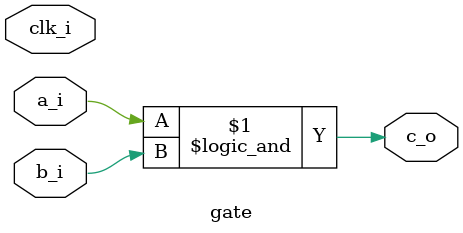
<source format=sv>
module gate(
	input a_i,
	input b_i,
	output c_o,
	input clk_i
	);
	
	assign c_o = a_i && b_i;
	
endmodule

</source>
